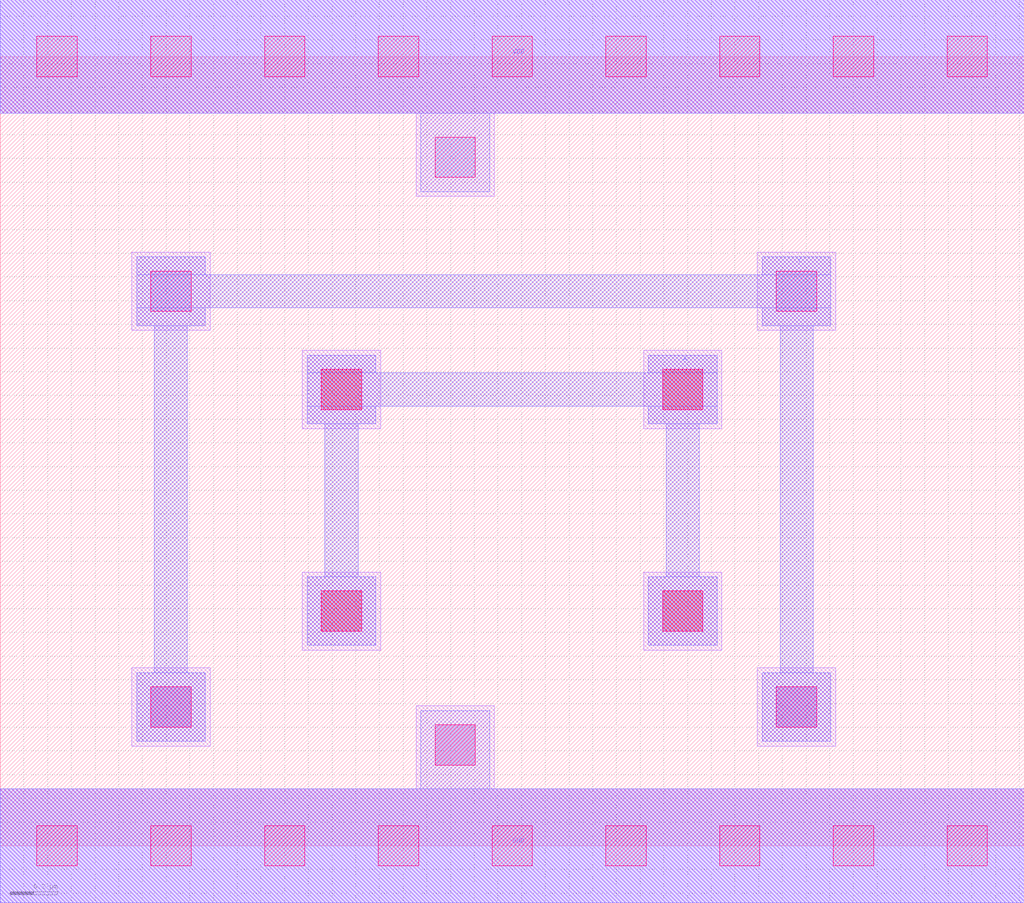
<source format=lef>
MACRO INVX4
 CLASS CORE ;
 FOREIGN INVX4 0 0 ;
 SIZE 4.32 BY 3.33 ;
 ORIGIN 0 0 ;
 SYMMETRY X Y R90 ;
 SITE unit ;
  PIN VDD
   DIRECTION INOUT ;
   USE POWER ;
   SHAPE ABUTMENT ;
    PORT
     CLASS CORE ;
       LAYER li1 ;
        RECT 0.00000000 3.09000000 4.32000000 3.57000000 ;
       LAYER met1 ;
        RECT 0.00000000 3.09000000 4.32000000 3.57000000 ;
    END
  END VDD

  PIN GND
   DIRECTION INOUT ;
   USE POWER ;
   SHAPE ABUTMENT ;
    PORT
     CLASS CORE ;
       LAYER li1 ;
        RECT 0.00000000 -0.24000000 4.32000000 0.24000000 ;
       LAYER met1 ;
        RECT 0.00000000 -0.24000000 4.32000000 0.24000000 ;
    END
  END GND

  PIN Y
   DIRECTION INOUT ;
   USE SIGNAL ;
   SHAPE ABUTMENT ;
    PORT
     CLASS CORE ;
       LAYER met1 ;
        RECT 0.57500000 0.44000000 0.86500000 0.73000000 ;
        RECT 3.21500000 0.44000000 3.50500000 0.73000000 ;
        RECT 0.65000000 0.73000000 0.79000000 2.19500000 ;
        RECT 3.29000000 0.73000000 3.43000000 2.19500000 ;
        RECT 0.57500000 2.19500000 0.86500000 2.27000000 ;
        RECT 3.21500000 2.19500000 3.50500000 2.27000000 ;
        RECT 0.57500000 2.27000000 3.50500000 2.41000000 ;
        RECT 0.57500000 2.41000000 0.86500000 2.48500000 ;
        RECT 3.21500000 2.41000000 3.50500000 2.48500000 ;
    END
  END Y

  PIN A
   DIRECTION INOUT ;
   USE SIGNAL ;
   SHAPE ABUTMENT ;
    PORT
     CLASS CORE ;
       LAYER met1 ;
        RECT 1.29500000 0.84500000 1.58500000 1.13500000 ;
        RECT 2.73500000 0.84500000 3.02500000 1.13500000 ;
        RECT 1.37000000 1.13500000 1.51000000 1.78000000 ;
        RECT 2.81000000 1.13500000 2.95000000 1.78000000 ;
        RECT 1.29500000 1.78000000 1.58500000 1.85500000 ;
        RECT 2.73500000 1.78000000 3.02500000 1.85500000 ;
        RECT 1.29500000 1.85500000 3.02500000 1.99500000 ;
        RECT 1.29500000 1.99500000 1.58500000 2.07000000 ;
        RECT 2.73500000 1.99500000 3.02500000 2.07000000 ;
    END
  END A

 OBS
    LAYER polycont ;
     RECT 1.35500000 0.90500000 1.52500000 1.07500000 ;
     RECT 2.79500000 0.90500000 2.96500000 1.07500000 ;
     RECT 1.35500000 1.84000000 1.52500000 2.01000000 ;
     RECT 2.79500000 1.84000000 2.96500000 2.01000000 ;

    LAYER pdiffc ;
     RECT 0.63500000 2.25500000 0.80500000 2.42500000 ;
     RECT 3.27500000 2.25500000 3.44500000 2.42500000 ;
     RECT 1.83500000 2.82000000 2.00500000 2.99000000 ;

    LAYER ndiffc ;
     RECT 1.83500000 0.34000000 2.00500000 0.51000000 ;
     RECT 0.63500000 0.50000000 0.80500000 0.67000000 ;
     RECT 3.27500000 0.50000000 3.44500000 0.67000000 ;

    LAYER li1 ;
     RECT 0.00000000 -0.24000000 4.32000000 0.24000000 ;
     RECT 1.75500000 0.24000000 2.08500000 0.59000000 ;
     RECT 0.55500000 0.42000000 0.88500000 0.75000000 ;
     RECT 3.19500000 0.42000000 3.52500000 0.75000000 ;
     RECT 1.27500000 0.82500000 1.60500000 1.15500000 ;
     RECT 2.71500000 0.82500000 3.04500000 1.15500000 ;
     RECT 1.27500000 1.76000000 1.60500000 2.09000000 ;
     RECT 2.71500000 1.76000000 3.04500000 2.09000000 ;
     RECT 0.55500000 2.17500000 0.88500000 2.50500000 ;
     RECT 3.19500000 2.17500000 3.52500000 2.50500000 ;
     RECT 1.75500000 2.74000000 2.08500000 3.09000000 ;
     RECT 0.00000000 3.09000000 4.32000000 3.57000000 ;

    LAYER viali ;
     RECT 0.15500000 -0.08500000 0.32500000 0.08500000 ;
     RECT 0.63500000 -0.08500000 0.80500000 0.08500000 ;
     RECT 1.11500000 -0.08500000 1.28500000 0.08500000 ;
     RECT 1.59500000 -0.08500000 1.76500000 0.08500000 ;
     RECT 2.07500000 -0.08500000 2.24500000 0.08500000 ;
     RECT 2.55500000 -0.08500000 2.72500000 0.08500000 ;
     RECT 3.03500000 -0.08500000 3.20500000 0.08500000 ;
     RECT 3.51500000 -0.08500000 3.68500000 0.08500000 ;
     RECT 3.99500000 -0.08500000 4.16500000 0.08500000 ;
     RECT 1.83500000 0.34000000 2.00500000 0.51000000 ;
     RECT 0.63500000 0.50000000 0.80500000 0.67000000 ;
     RECT 3.27500000 0.50000000 3.44500000 0.67000000 ;
     RECT 1.35500000 0.90500000 1.52500000 1.07500000 ;
     RECT 2.79500000 0.90500000 2.96500000 1.07500000 ;
     RECT 1.35500000 1.84000000 1.52500000 2.01000000 ;
     RECT 2.79500000 1.84000000 2.96500000 2.01000000 ;
     RECT 0.63500000 2.25500000 0.80500000 2.42500000 ;
     RECT 3.27500000 2.25500000 3.44500000 2.42500000 ;
     RECT 1.83500000 2.82000000 2.00500000 2.99000000 ;
     RECT 0.15500000 3.24500000 0.32500000 3.41500000 ;
     RECT 0.63500000 3.24500000 0.80500000 3.41500000 ;
     RECT 1.11500000 3.24500000 1.28500000 3.41500000 ;
     RECT 1.59500000 3.24500000 1.76500000 3.41500000 ;
     RECT 2.07500000 3.24500000 2.24500000 3.41500000 ;
     RECT 2.55500000 3.24500000 2.72500000 3.41500000 ;
     RECT 3.03500000 3.24500000 3.20500000 3.41500000 ;
     RECT 3.51500000 3.24500000 3.68500000 3.41500000 ;
     RECT 3.99500000 3.24500000 4.16500000 3.41500000 ;

    LAYER met1 ;
     RECT 0.00000000 -0.24000000 4.32000000 0.24000000 ;
     RECT 1.77500000 0.24000000 2.06500000 0.57000000 ;
     RECT 1.29500000 0.84500000 1.58500000 1.13500000 ;
     RECT 2.73500000 0.84500000 3.02500000 1.13500000 ;
     RECT 1.37000000 1.13500000 1.51000000 1.78000000 ;
     RECT 2.81000000 1.13500000 2.95000000 1.78000000 ;
     RECT 1.29500000 1.78000000 1.58500000 1.85500000 ;
     RECT 2.73500000 1.78000000 3.02500000 1.85500000 ;
     RECT 1.29500000 1.85500000 3.02500000 1.99500000 ;
     RECT 1.29500000 1.99500000 1.58500000 2.07000000 ;
     RECT 2.73500000 1.99500000 3.02500000 2.07000000 ;
     RECT 0.57500000 0.44000000 0.86500000 0.73000000 ;
     RECT 3.21500000 0.44000000 3.50500000 0.73000000 ;
     RECT 0.65000000 0.73000000 0.79000000 2.19500000 ;
     RECT 3.29000000 0.73000000 3.43000000 2.19500000 ;
     RECT 0.57500000 2.19500000 0.86500000 2.27000000 ;
     RECT 3.21500000 2.19500000 3.50500000 2.27000000 ;
     RECT 0.57500000 2.27000000 3.50500000 2.41000000 ;
     RECT 0.57500000 2.41000000 0.86500000 2.48500000 ;
     RECT 3.21500000 2.41000000 3.50500000 2.48500000 ;
     RECT 1.77500000 2.76000000 2.06500000 3.09000000 ;
     RECT 0.00000000 3.09000000 4.32000000 3.57000000 ;

 END
END INVX4

</source>
